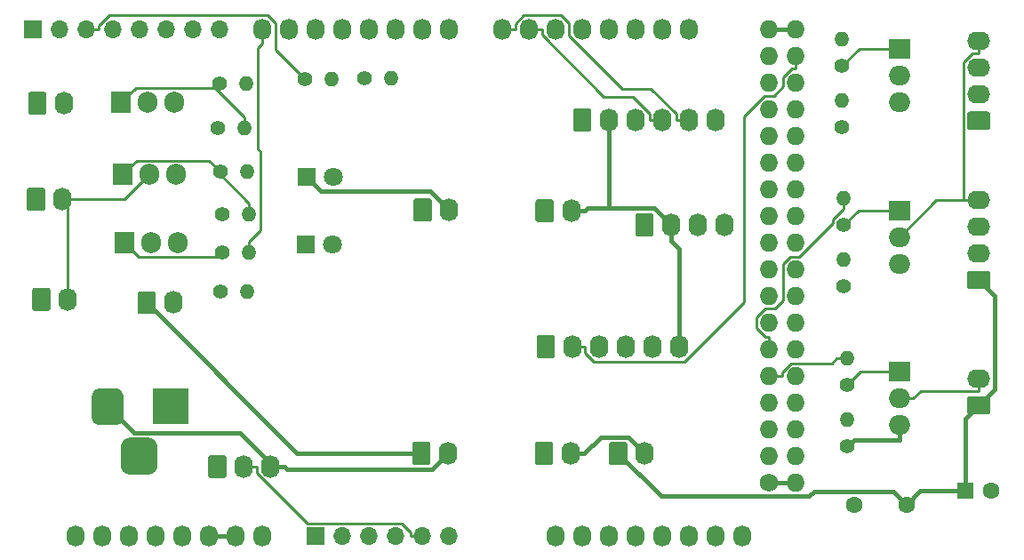
<source format=gbr>
G04 #@! TF.GenerationSoftware,KiCad,Pcbnew,(5.1.5-0-10_14)*
G04 #@! TF.CreationDate,2022-04-09T08:42:43+10:00*
G04 #@! TF.ProjectId,Hornet Forward Output Upper Shield,486f726e-6574-4204-966f-727761726420,rev?*
G04 #@! TF.SameCoordinates,Original*
G04 #@! TF.FileFunction,Copper,L1,Top*
G04 #@! TF.FilePolarity,Positive*
%FSLAX46Y46*%
G04 Gerber Fmt 4.6, Leading zero omitted, Abs format (unit mm)*
G04 Created by KiCad (PCBNEW (5.1.5-0-10_14)) date 2022-04-09 08:42:43*
%MOMM*%
%LPD*%
G04 APERTURE LIST*
%ADD10O,1.740000X2.200000*%
%ADD11C,0.100000*%
%ADD12C,1.400000*%
%ADD13O,1.400000X1.400000*%
%ADD14O,1.905000X2.000000*%
%ADD15R,1.905000X2.000000*%
%ADD16O,2.000000X1.905000*%
%ADD17R,2.000000X1.905000*%
%ADD18C,1.600000*%
%ADD19R,1.600000X1.600000*%
%ADD20O,2.200000X1.740000*%
%ADD21R,3.500000X3.500000*%
%ADD22C,1.800000*%
%ADD23R,1.800000X1.800000*%
%ADD24O,1.700000X1.700000*%
%ADD25R,1.700000X1.700000*%
%ADD26C,1.727200*%
%ADD27O,1.727200X1.727200*%
%ADD28O,1.727200X2.032000*%
%ADD29C,0.450000*%
%ADD30C,0.250000*%
G04 APERTURE END LIST*
D10*
X188773000Y-101092000D03*
X186233000Y-101092000D03*
X183693000Y-101092000D03*
X181153000Y-101092000D03*
X178613000Y-101092000D03*
G04 #@! TA.AperFunction,ComponentPad*
D11*
G36*
X176717505Y-99993204D02*
G01*
X176741773Y-99996804D01*
X176765572Y-100002765D01*
X176788671Y-100011030D01*
X176810850Y-100021520D01*
X176831893Y-100034132D01*
X176851599Y-100048747D01*
X176869777Y-100065223D01*
X176886253Y-100083401D01*
X176900868Y-100103107D01*
X176913480Y-100124150D01*
X176923970Y-100146329D01*
X176932235Y-100169428D01*
X176938196Y-100193227D01*
X176941796Y-100217495D01*
X176943000Y-100241999D01*
X176943000Y-101942001D01*
X176941796Y-101966505D01*
X176938196Y-101990773D01*
X176932235Y-102014572D01*
X176923970Y-102037671D01*
X176913480Y-102059850D01*
X176900868Y-102080893D01*
X176886253Y-102100599D01*
X176869777Y-102118777D01*
X176851599Y-102135253D01*
X176831893Y-102149868D01*
X176810850Y-102162480D01*
X176788671Y-102172970D01*
X176765572Y-102181235D01*
X176741773Y-102187196D01*
X176717505Y-102190796D01*
X176693001Y-102192000D01*
X175452999Y-102192000D01*
X175428495Y-102190796D01*
X175404227Y-102187196D01*
X175380428Y-102181235D01*
X175357329Y-102172970D01*
X175335150Y-102162480D01*
X175314107Y-102149868D01*
X175294401Y-102135253D01*
X175276223Y-102118777D01*
X175259747Y-102100599D01*
X175245132Y-102080893D01*
X175232520Y-102059850D01*
X175222030Y-102037671D01*
X175213765Y-102014572D01*
X175207804Y-101990773D01*
X175204204Y-101966505D01*
X175203000Y-101942001D01*
X175203000Y-100241999D01*
X175204204Y-100217495D01*
X175207804Y-100193227D01*
X175213765Y-100169428D01*
X175222030Y-100146329D01*
X175232520Y-100124150D01*
X175245132Y-100103107D01*
X175259747Y-100083401D01*
X175276223Y-100065223D01*
X175294401Y-100048747D01*
X175314107Y-100034132D01*
X175335150Y-100021520D01*
X175357329Y-100011030D01*
X175380428Y-100002765D01*
X175404227Y-99996804D01*
X175428495Y-99993204D01*
X175452999Y-99992000D01*
X176693001Y-99992000D01*
X176717505Y-99993204D01*
G37*
G04 #@! TD.AperFunction*
D10*
X178447000Y-111252000D03*
G04 #@! TA.AperFunction,ComponentPad*
D11*
G36*
X176551505Y-110153204D02*
G01*
X176575773Y-110156804D01*
X176599572Y-110162765D01*
X176622671Y-110171030D01*
X176644850Y-110181520D01*
X176665893Y-110194132D01*
X176685599Y-110208747D01*
X176703777Y-110225223D01*
X176720253Y-110243401D01*
X176734868Y-110263107D01*
X176747480Y-110284150D01*
X176757970Y-110306329D01*
X176766235Y-110329428D01*
X176772196Y-110353227D01*
X176775796Y-110377495D01*
X176777000Y-110401999D01*
X176777000Y-112102001D01*
X176775796Y-112126505D01*
X176772196Y-112150773D01*
X176766235Y-112174572D01*
X176757970Y-112197671D01*
X176747480Y-112219850D01*
X176734868Y-112240893D01*
X176720253Y-112260599D01*
X176703777Y-112278777D01*
X176685599Y-112295253D01*
X176665893Y-112309868D01*
X176644850Y-112322480D01*
X176622671Y-112332970D01*
X176599572Y-112341235D01*
X176575773Y-112347196D01*
X176551505Y-112350796D01*
X176527001Y-112352000D01*
X175286999Y-112352000D01*
X175262495Y-112350796D01*
X175238227Y-112347196D01*
X175214428Y-112341235D01*
X175191329Y-112332970D01*
X175169150Y-112322480D01*
X175148107Y-112309868D01*
X175128401Y-112295253D01*
X175110223Y-112278777D01*
X175093747Y-112260599D01*
X175079132Y-112240893D01*
X175066520Y-112219850D01*
X175056030Y-112197671D01*
X175047765Y-112174572D01*
X175041804Y-112150773D01*
X175038204Y-112126505D01*
X175037000Y-112102001D01*
X175037000Y-110401999D01*
X175038204Y-110377495D01*
X175041804Y-110353227D01*
X175047765Y-110329428D01*
X175056030Y-110306329D01*
X175066520Y-110284150D01*
X175079132Y-110263107D01*
X175093747Y-110243401D01*
X175110223Y-110225223D01*
X175128401Y-110208747D01*
X175148107Y-110194132D01*
X175169150Y-110181520D01*
X175191329Y-110171030D01*
X175214428Y-110162765D01*
X175238227Y-110156804D01*
X175262495Y-110153204D01*
X175286999Y-110152000D01*
X176527001Y-110152000D01*
X176551505Y-110153204D01*
G37*
G04 #@! TD.AperFunction*
D10*
X166763000Y-111252000D03*
G04 #@! TA.AperFunction,ComponentPad*
D11*
G36*
X164867505Y-110153204D02*
G01*
X164891773Y-110156804D01*
X164915572Y-110162765D01*
X164938671Y-110171030D01*
X164960850Y-110181520D01*
X164981893Y-110194132D01*
X165001599Y-110208747D01*
X165019777Y-110225223D01*
X165036253Y-110243401D01*
X165050868Y-110263107D01*
X165063480Y-110284150D01*
X165073970Y-110306329D01*
X165082235Y-110329428D01*
X165088196Y-110353227D01*
X165091796Y-110377495D01*
X165093000Y-110401999D01*
X165093000Y-112102001D01*
X165091796Y-112126505D01*
X165088196Y-112150773D01*
X165082235Y-112174572D01*
X165073970Y-112197671D01*
X165063480Y-112219850D01*
X165050868Y-112240893D01*
X165036253Y-112260599D01*
X165019777Y-112278777D01*
X165001599Y-112295253D01*
X164981893Y-112309868D01*
X164960850Y-112322480D01*
X164938671Y-112332970D01*
X164915572Y-112341235D01*
X164891773Y-112347196D01*
X164867505Y-112350796D01*
X164843001Y-112352000D01*
X163602999Y-112352000D01*
X163578495Y-112350796D01*
X163554227Y-112347196D01*
X163530428Y-112341235D01*
X163507329Y-112332970D01*
X163485150Y-112322480D01*
X163464107Y-112309868D01*
X163444401Y-112295253D01*
X163426223Y-112278777D01*
X163409747Y-112260599D01*
X163395132Y-112240893D01*
X163382520Y-112219850D01*
X163372030Y-112197671D01*
X163363765Y-112174572D01*
X163357804Y-112150773D01*
X163354204Y-112126505D01*
X163353000Y-112102001D01*
X163353000Y-110401999D01*
X163354204Y-110377495D01*
X163357804Y-110353227D01*
X163363765Y-110329428D01*
X163372030Y-110306329D01*
X163382520Y-110284150D01*
X163395132Y-110263107D01*
X163409747Y-110243401D01*
X163426223Y-110225223D01*
X163444401Y-110208747D01*
X163464107Y-110194132D01*
X163485150Y-110181520D01*
X163507329Y-110171030D01*
X163530428Y-110162765D01*
X163554227Y-110156804D01*
X163578495Y-110153204D01*
X163602999Y-110152000D01*
X164843001Y-110152000D01*
X164867505Y-110153204D01*
G37*
G04 #@! TD.AperFunction*
D12*
X144844000Y-80264000D03*
D13*
X147384000Y-80264000D03*
D12*
X144970000Y-76009500D03*
D13*
X147510000Y-76009500D03*
D14*
X140652000Y-77851000D03*
X138112000Y-77851000D03*
D15*
X135572000Y-77851000D03*
D10*
X130175000Y-77914500D03*
G04 #@! TA.AperFunction,ComponentPad*
D11*
G36*
X128279505Y-76815704D02*
G01*
X128303773Y-76819304D01*
X128327572Y-76825265D01*
X128350671Y-76833530D01*
X128372850Y-76844020D01*
X128393893Y-76856632D01*
X128413599Y-76871247D01*
X128431777Y-76887723D01*
X128448253Y-76905901D01*
X128462868Y-76925607D01*
X128475480Y-76946650D01*
X128485970Y-76968829D01*
X128494235Y-76991928D01*
X128500196Y-77015727D01*
X128503796Y-77039995D01*
X128505000Y-77064499D01*
X128505000Y-78764501D01*
X128503796Y-78789005D01*
X128500196Y-78813273D01*
X128494235Y-78837072D01*
X128485970Y-78860171D01*
X128475480Y-78882350D01*
X128462868Y-78903393D01*
X128448253Y-78923099D01*
X128431777Y-78941277D01*
X128413599Y-78957753D01*
X128393893Y-78972368D01*
X128372850Y-78984980D01*
X128350671Y-78995470D01*
X128327572Y-79003735D01*
X128303773Y-79009696D01*
X128279505Y-79013296D01*
X128255001Y-79014500D01*
X127014999Y-79014500D01*
X126990495Y-79013296D01*
X126966227Y-79009696D01*
X126942428Y-79003735D01*
X126919329Y-78995470D01*
X126897150Y-78984980D01*
X126876107Y-78972368D01*
X126856401Y-78957753D01*
X126838223Y-78941277D01*
X126821747Y-78923099D01*
X126807132Y-78903393D01*
X126794520Y-78882350D01*
X126784030Y-78860171D01*
X126775765Y-78837072D01*
X126769804Y-78813273D01*
X126766204Y-78789005D01*
X126765000Y-78764501D01*
X126765000Y-77064499D01*
X126766204Y-77039995D01*
X126769804Y-77015727D01*
X126775765Y-76991928D01*
X126784030Y-76968829D01*
X126794520Y-76946650D01*
X126807132Y-76925607D01*
X126821747Y-76905901D01*
X126838223Y-76887723D01*
X126856401Y-76871247D01*
X126876107Y-76856632D01*
X126897150Y-76844020D01*
X126919329Y-76833530D01*
X126942428Y-76825265D01*
X126966227Y-76819304D01*
X126990495Y-76815704D01*
X127014999Y-76814500D01*
X128255001Y-76814500D01*
X128279505Y-76815704D01*
G37*
G04 #@! TD.AperFunction*
D14*
X141034000Y-91186000D03*
X138494000Y-91186000D03*
D15*
X135954000Y-91186000D03*
D16*
X209740000Y-108585000D03*
X209740000Y-106045000D03*
D17*
X209740000Y-103505000D03*
D14*
X140843000Y-84709000D03*
X138303000Y-84709000D03*
D15*
X135763000Y-84709000D03*
D16*
X209740000Y-93186200D03*
X209740000Y-90646200D03*
D17*
X209740000Y-88106200D03*
D16*
X209740000Y-77787500D03*
X209740000Y-75247500D03*
D17*
X209740000Y-72707500D03*
D12*
X145288000Y-88455500D03*
D13*
X147828000Y-88455500D03*
D12*
X204280000Y-80200500D03*
D13*
X204280000Y-77660500D03*
D12*
X204470000Y-95313500D03*
D13*
X204470000Y-92773500D03*
D12*
X145098000Y-95885000D03*
D13*
X147638000Y-95885000D03*
D12*
X204788000Y-110616000D03*
D13*
X204788000Y-108076000D03*
D18*
X205414000Y-116129000D03*
X210414000Y-116129000D03*
X218502000Y-114808000D03*
D19*
X216002000Y-114808000D03*
D10*
X140589000Y-96901000D03*
G04 #@! TA.AperFunction,ComponentPad*
D11*
G36*
X138693505Y-95802204D02*
G01*
X138717773Y-95805804D01*
X138741572Y-95811765D01*
X138764671Y-95820030D01*
X138786850Y-95830520D01*
X138807893Y-95843132D01*
X138827599Y-95857747D01*
X138845777Y-95874223D01*
X138862253Y-95892401D01*
X138876868Y-95912107D01*
X138889480Y-95933150D01*
X138899970Y-95955329D01*
X138908235Y-95978428D01*
X138914196Y-96002227D01*
X138917796Y-96026495D01*
X138919000Y-96050999D01*
X138919000Y-97751001D01*
X138917796Y-97775505D01*
X138914196Y-97799773D01*
X138908235Y-97823572D01*
X138899970Y-97846671D01*
X138889480Y-97868850D01*
X138876868Y-97889893D01*
X138862253Y-97909599D01*
X138845777Y-97927777D01*
X138827599Y-97944253D01*
X138807893Y-97958868D01*
X138786850Y-97971480D01*
X138764671Y-97981970D01*
X138741572Y-97990235D01*
X138717773Y-97996196D01*
X138693505Y-97999796D01*
X138669001Y-98001000D01*
X137428999Y-98001000D01*
X137404495Y-97999796D01*
X137380227Y-97996196D01*
X137356428Y-97990235D01*
X137333329Y-97981970D01*
X137311150Y-97971480D01*
X137290107Y-97958868D01*
X137270401Y-97944253D01*
X137252223Y-97927777D01*
X137235747Y-97909599D01*
X137221132Y-97889893D01*
X137208520Y-97868850D01*
X137198030Y-97846671D01*
X137189765Y-97823572D01*
X137183804Y-97799773D01*
X137180204Y-97775505D01*
X137179000Y-97751001D01*
X137179000Y-96050999D01*
X137180204Y-96026495D01*
X137183804Y-96002227D01*
X137189765Y-95978428D01*
X137198030Y-95955329D01*
X137208520Y-95933150D01*
X137221132Y-95912107D01*
X137235747Y-95892401D01*
X137252223Y-95874223D01*
X137270401Y-95857747D01*
X137290107Y-95843132D01*
X137311150Y-95830520D01*
X137333329Y-95820030D01*
X137356428Y-95811765D01*
X137380227Y-95805804D01*
X137404495Y-95802204D01*
X137428999Y-95801000D01*
X138669001Y-95801000D01*
X138693505Y-95802204D01*
G37*
G04 #@! TD.AperFunction*
D20*
X217297000Y-104140000D03*
G04 #@! TA.AperFunction,ComponentPad*
D11*
G36*
X218171505Y-105811204D02*
G01*
X218195773Y-105814804D01*
X218219572Y-105820765D01*
X218242671Y-105829030D01*
X218264850Y-105839520D01*
X218285893Y-105852132D01*
X218305599Y-105866747D01*
X218323777Y-105883223D01*
X218340253Y-105901401D01*
X218354868Y-105921107D01*
X218367480Y-105942150D01*
X218377970Y-105964329D01*
X218386235Y-105987428D01*
X218392196Y-106011227D01*
X218395796Y-106035495D01*
X218397000Y-106059999D01*
X218397000Y-107300001D01*
X218395796Y-107324505D01*
X218392196Y-107348773D01*
X218386235Y-107372572D01*
X218377970Y-107395671D01*
X218367480Y-107417850D01*
X218354868Y-107438893D01*
X218340253Y-107458599D01*
X218323777Y-107476777D01*
X218305599Y-107493253D01*
X218285893Y-107507868D01*
X218264850Y-107520480D01*
X218242671Y-107530970D01*
X218219572Y-107539235D01*
X218195773Y-107545196D01*
X218171505Y-107548796D01*
X218147001Y-107550000D01*
X216446999Y-107550000D01*
X216422495Y-107548796D01*
X216398227Y-107545196D01*
X216374428Y-107539235D01*
X216351329Y-107530970D01*
X216329150Y-107520480D01*
X216308107Y-107507868D01*
X216288401Y-107493253D01*
X216270223Y-107476777D01*
X216253747Y-107458599D01*
X216239132Y-107438893D01*
X216226520Y-107417850D01*
X216216030Y-107395671D01*
X216207765Y-107372572D01*
X216201804Y-107348773D01*
X216198204Y-107324505D01*
X216197000Y-107300001D01*
X216197000Y-106059999D01*
X216198204Y-106035495D01*
X216201804Y-106011227D01*
X216207765Y-105987428D01*
X216216030Y-105964329D01*
X216226520Y-105942150D01*
X216239132Y-105921107D01*
X216253747Y-105901401D01*
X216270223Y-105883223D01*
X216288401Y-105866747D01*
X216308107Y-105852132D01*
X216329150Y-105839520D01*
X216351329Y-105829030D01*
X216374428Y-105820765D01*
X216398227Y-105814804D01*
X216422495Y-105811204D01*
X216446999Y-105810000D01*
X218147001Y-105810000D01*
X218171505Y-105811204D01*
G37*
G04 #@! TD.AperFunction*
D12*
X145224000Y-92138500D03*
D13*
X147764000Y-92138500D03*
D12*
X204788000Y-104774000D03*
D13*
X204788000Y-102234000D03*
D12*
X145098000Y-84455000D03*
D13*
X147638000Y-84455000D03*
D12*
X204470000Y-89471500D03*
D13*
X204470000Y-86931500D03*
D12*
X204280000Y-74358500D03*
D13*
X204280000Y-71818500D03*
D20*
X217297000Y-71945500D03*
X217297000Y-74485500D03*
X217297000Y-77025500D03*
G04 #@! TA.AperFunction,ComponentPad*
D11*
G36*
X218171505Y-78696704D02*
G01*
X218195773Y-78700304D01*
X218219572Y-78706265D01*
X218242671Y-78714530D01*
X218264850Y-78725020D01*
X218285893Y-78737632D01*
X218305599Y-78752247D01*
X218323777Y-78768723D01*
X218340253Y-78786901D01*
X218354868Y-78806607D01*
X218367480Y-78827650D01*
X218377970Y-78849829D01*
X218386235Y-78872928D01*
X218392196Y-78896727D01*
X218395796Y-78920995D01*
X218397000Y-78945499D01*
X218397000Y-80185501D01*
X218395796Y-80210005D01*
X218392196Y-80234273D01*
X218386235Y-80258072D01*
X218377970Y-80281171D01*
X218367480Y-80303350D01*
X218354868Y-80324393D01*
X218340253Y-80344099D01*
X218323777Y-80362277D01*
X218305599Y-80378753D01*
X218285893Y-80393368D01*
X218264850Y-80405980D01*
X218242671Y-80416470D01*
X218219572Y-80424735D01*
X218195773Y-80430696D01*
X218171505Y-80434296D01*
X218147001Y-80435500D01*
X216446999Y-80435500D01*
X216422495Y-80434296D01*
X216398227Y-80430696D01*
X216374428Y-80424735D01*
X216351329Y-80416470D01*
X216329150Y-80405980D01*
X216308107Y-80393368D01*
X216288401Y-80378753D01*
X216270223Y-80362277D01*
X216253747Y-80344099D01*
X216239132Y-80324393D01*
X216226520Y-80303350D01*
X216216030Y-80281171D01*
X216207765Y-80258072D01*
X216201804Y-80234273D01*
X216198204Y-80210005D01*
X216197000Y-80185501D01*
X216197000Y-78945499D01*
X216198204Y-78920995D01*
X216201804Y-78896727D01*
X216207765Y-78872928D01*
X216216030Y-78849829D01*
X216226520Y-78827650D01*
X216239132Y-78806607D01*
X216253747Y-78786901D01*
X216270223Y-78768723D01*
X216288401Y-78752247D01*
X216308107Y-78737632D01*
X216329150Y-78725020D01*
X216351329Y-78714530D01*
X216374428Y-78706265D01*
X216398227Y-78700304D01*
X216422495Y-78696704D01*
X216446999Y-78695500D01*
X218147001Y-78695500D01*
X218171505Y-78696704D01*
G37*
G04 #@! TD.AperFunction*
D10*
X130048000Y-87058500D03*
G04 #@! TA.AperFunction,ComponentPad*
D11*
G36*
X128152505Y-85959704D02*
G01*
X128176773Y-85963304D01*
X128200572Y-85969265D01*
X128223671Y-85977530D01*
X128245850Y-85988020D01*
X128266893Y-86000632D01*
X128286599Y-86015247D01*
X128304777Y-86031723D01*
X128321253Y-86049901D01*
X128335868Y-86069607D01*
X128348480Y-86090650D01*
X128358970Y-86112829D01*
X128367235Y-86135928D01*
X128373196Y-86159727D01*
X128376796Y-86183995D01*
X128378000Y-86208499D01*
X128378000Y-87908501D01*
X128376796Y-87933005D01*
X128373196Y-87957273D01*
X128367235Y-87981072D01*
X128358970Y-88004171D01*
X128348480Y-88026350D01*
X128335868Y-88047393D01*
X128321253Y-88067099D01*
X128304777Y-88085277D01*
X128286599Y-88101753D01*
X128266893Y-88116368D01*
X128245850Y-88128980D01*
X128223671Y-88139470D01*
X128200572Y-88147735D01*
X128176773Y-88153696D01*
X128152505Y-88157296D01*
X128128001Y-88158500D01*
X126887999Y-88158500D01*
X126863495Y-88157296D01*
X126839227Y-88153696D01*
X126815428Y-88147735D01*
X126792329Y-88139470D01*
X126770150Y-88128980D01*
X126749107Y-88116368D01*
X126729401Y-88101753D01*
X126711223Y-88085277D01*
X126694747Y-88067099D01*
X126680132Y-88047393D01*
X126667520Y-88026350D01*
X126657030Y-88004171D01*
X126648765Y-87981072D01*
X126642804Y-87957273D01*
X126639204Y-87933005D01*
X126638000Y-87908501D01*
X126638000Y-86208499D01*
X126639204Y-86183995D01*
X126642804Y-86159727D01*
X126648765Y-86135928D01*
X126657030Y-86112829D01*
X126667520Y-86090650D01*
X126680132Y-86069607D01*
X126694747Y-86049901D01*
X126711223Y-86031723D01*
X126729401Y-86015247D01*
X126749107Y-86000632D01*
X126770150Y-85988020D01*
X126792329Y-85977530D01*
X126815428Y-85969265D01*
X126839227Y-85963304D01*
X126863495Y-85959704D01*
X126887999Y-85958500D01*
X128128001Y-85958500D01*
X128152505Y-85959704D01*
G37*
G04 #@! TD.AperFunction*
D20*
X217297000Y-87122000D03*
X217297000Y-89662000D03*
X217297000Y-92202000D03*
G04 #@! TA.AperFunction,ComponentPad*
D11*
G36*
X218171505Y-93873204D02*
G01*
X218195773Y-93876804D01*
X218219572Y-93882765D01*
X218242671Y-93891030D01*
X218264850Y-93901520D01*
X218285893Y-93914132D01*
X218305599Y-93928747D01*
X218323777Y-93945223D01*
X218340253Y-93963401D01*
X218354868Y-93983107D01*
X218367480Y-94004150D01*
X218377970Y-94026329D01*
X218386235Y-94049428D01*
X218392196Y-94073227D01*
X218395796Y-94097495D01*
X218397000Y-94121999D01*
X218397000Y-95362001D01*
X218395796Y-95386505D01*
X218392196Y-95410773D01*
X218386235Y-95434572D01*
X218377970Y-95457671D01*
X218367480Y-95479850D01*
X218354868Y-95500893D01*
X218340253Y-95520599D01*
X218323777Y-95538777D01*
X218305599Y-95555253D01*
X218285893Y-95569868D01*
X218264850Y-95582480D01*
X218242671Y-95592970D01*
X218219572Y-95601235D01*
X218195773Y-95607196D01*
X218171505Y-95610796D01*
X218147001Y-95612000D01*
X216446999Y-95612000D01*
X216422495Y-95610796D01*
X216398227Y-95607196D01*
X216374428Y-95601235D01*
X216351329Y-95592970D01*
X216329150Y-95582480D01*
X216308107Y-95569868D01*
X216288401Y-95555253D01*
X216270223Y-95538777D01*
X216253747Y-95520599D01*
X216239132Y-95500893D01*
X216226520Y-95479850D01*
X216216030Y-95457671D01*
X216207765Y-95434572D01*
X216201804Y-95410773D01*
X216198204Y-95386505D01*
X216197000Y-95362001D01*
X216197000Y-94121999D01*
X216198204Y-94097495D01*
X216201804Y-94073227D01*
X216207765Y-94049428D01*
X216216030Y-94026329D01*
X216226520Y-94004150D01*
X216239132Y-93983107D01*
X216253747Y-93963401D01*
X216270223Y-93945223D01*
X216288401Y-93928747D01*
X216308107Y-93914132D01*
X216329150Y-93901520D01*
X216351329Y-93891030D01*
X216374428Y-93882765D01*
X216398227Y-93876804D01*
X216422495Y-93873204D01*
X216446999Y-93872000D01*
X218147001Y-93872000D01*
X218171505Y-93873204D01*
G37*
G04 #@! TD.AperFunction*
D10*
X130556000Y-96583500D03*
G04 #@! TA.AperFunction,ComponentPad*
D11*
G36*
X128660505Y-95484704D02*
G01*
X128684773Y-95488304D01*
X128708572Y-95494265D01*
X128731671Y-95502530D01*
X128753850Y-95513020D01*
X128774893Y-95525632D01*
X128794599Y-95540247D01*
X128812777Y-95556723D01*
X128829253Y-95574901D01*
X128843868Y-95594607D01*
X128856480Y-95615650D01*
X128866970Y-95637829D01*
X128875235Y-95660928D01*
X128881196Y-95684727D01*
X128884796Y-95708995D01*
X128886000Y-95733499D01*
X128886000Y-97433501D01*
X128884796Y-97458005D01*
X128881196Y-97482273D01*
X128875235Y-97506072D01*
X128866970Y-97529171D01*
X128856480Y-97551350D01*
X128843868Y-97572393D01*
X128829253Y-97592099D01*
X128812777Y-97610277D01*
X128794599Y-97626753D01*
X128774893Y-97641368D01*
X128753850Y-97653980D01*
X128731671Y-97664470D01*
X128708572Y-97672735D01*
X128684773Y-97678696D01*
X128660505Y-97682296D01*
X128636001Y-97683500D01*
X127395999Y-97683500D01*
X127371495Y-97682296D01*
X127347227Y-97678696D01*
X127323428Y-97672735D01*
X127300329Y-97664470D01*
X127278150Y-97653980D01*
X127257107Y-97641368D01*
X127237401Y-97626753D01*
X127219223Y-97610277D01*
X127202747Y-97592099D01*
X127188132Y-97572393D01*
X127175520Y-97551350D01*
X127165030Y-97529171D01*
X127156765Y-97506072D01*
X127150804Y-97482273D01*
X127147204Y-97458005D01*
X127146000Y-97433501D01*
X127146000Y-95733499D01*
X127147204Y-95708995D01*
X127150804Y-95684727D01*
X127156765Y-95660928D01*
X127165030Y-95637829D01*
X127175520Y-95615650D01*
X127188132Y-95594607D01*
X127202747Y-95574901D01*
X127219223Y-95556723D01*
X127237401Y-95540247D01*
X127257107Y-95525632D01*
X127278150Y-95513020D01*
X127300329Y-95502530D01*
X127323428Y-95494265D01*
X127347227Y-95488304D01*
X127371495Y-95484704D01*
X127395999Y-95483500D01*
X128636001Y-95483500D01*
X128660505Y-95484704D01*
G37*
G04 #@! TD.AperFunction*
D10*
X185496000Y-111252000D03*
G04 #@! TA.AperFunction,ComponentPad*
D11*
G36*
X183600505Y-110153204D02*
G01*
X183624773Y-110156804D01*
X183648572Y-110162765D01*
X183671671Y-110171030D01*
X183693850Y-110181520D01*
X183714893Y-110194132D01*
X183734599Y-110208747D01*
X183752777Y-110225223D01*
X183769253Y-110243401D01*
X183783868Y-110263107D01*
X183796480Y-110284150D01*
X183806970Y-110306329D01*
X183815235Y-110329428D01*
X183821196Y-110353227D01*
X183824796Y-110377495D01*
X183826000Y-110401999D01*
X183826000Y-112102001D01*
X183824796Y-112126505D01*
X183821196Y-112150773D01*
X183815235Y-112174572D01*
X183806970Y-112197671D01*
X183796480Y-112219850D01*
X183783868Y-112240893D01*
X183769253Y-112260599D01*
X183752777Y-112278777D01*
X183734599Y-112295253D01*
X183714893Y-112309868D01*
X183693850Y-112322480D01*
X183671671Y-112332970D01*
X183648572Y-112341235D01*
X183624773Y-112347196D01*
X183600505Y-112350796D01*
X183576001Y-112352000D01*
X182335999Y-112352000D01*
X182311495Y-112350796D01*
X182287227Y-112347196D01*
X182263428Y-112341235D01*
X182240329Y-112332970D01*
X182218150Y-112322480D01*
X182197107Y-112309868D01*
X182177401Y-112295253D01*
X182159223Y-112278777D01*
X182142747Y-112260599D01*
X182128132Y-112240893D01*
X182115520Y-112219850D01*
X182105030Y-112197671D01*
X182096765Y-112174572D01*
X182090804Y-112150773D01*
X182087204Y-112126505D01*
X182086000Y-112102001D01*
X182086000Y-110401999D01*
X182087204Y-110377495D01*
X182090804Y-110353227D01*
X182096765Y-110329428D01*
X182105030Y-110306329D01*
X182115520Y-110284150D01*
X182128132Y-110263107D01*
X182142747Y-110243401D01*
X182159223Y-110225223D01*
X182177401Y-110208747D01*
X182197107Y-110194132D01*
X182218150Y-110181520D01*
X182240329Y-110171030D01*
X182263428Y-110162765D01*
X182287227Y-110156804D01*
X182311495Y-110153204D01*
X182335999Y-110152000D01*
X183576001Y-110152000D01*
X183600505Y-110153204D01*
G37*
G04 #@! TD.AperFunction*
D10*
X149860000Y-112522000D03*
X147320000Y-112522000D03*
G04 #@! TA.AperFunction,ComponentPad*
D11*
G36*
X145424505Y-111423204D02*
G01*
X145448773Y-111426804D01*
X145472572Y-111432765D01*
X145495671Y-111441030D01*
X145517850Y-111451520D01*
X145538893Y-111464132D01*
X145558599Y-111478747D01*
X145576777Y-111495223D01*
X145593253Y-111513401D01*
X145607868Y-111533107D01*
X145620480Y-111554150D01*
X145630970Y-111576329D01*
X145639235Y-111599428D01*
X145645196Y-111623227D01*
X145648796Y-111647495D01*
X145650000Y-111671999D01*
X145650000Y-113372001D01*
X145648796Y-113396505D01*
X145645196Y-113420773D01*
X145639235Y-113444572D01*
X145630970Y-113467671D01*
X145620480Y-113489850D01*
X145607868Y-113510893D01*
X145593253Y-113530599D01*
X145576777Y-113548777D01*
X145558599Y-113565253D01*
X145538893Y-113579868D01*
X145517850Y-113592480D01*
X145495671Y-113602970D01*
X145472572Y-113611235D01*
X145448773Y-113617196D01*
X145424505Y-113620796D01*
X145400001Y-113622000D01*
X144159999Y-113622000D01*
X144135495Y-113620796D01*
X144111227Y-113617196D01*
X144087428Y-113611235D01*
X144064329Y-113602970D01*
X144042150Y-113592480D01*
X144021107Y-113579868D01*
X144001401Y-113565253D01*
X143983223Y-113548777D01*
X143966747Y-113530599D01*
X143952132Y-113510893D01*
X143939520Y-113489850D01*
X143929030Y-113467671D01*
X143920765Y-113444572D01*
X143914804Y-113420773D01*
X143911204Y-113396505D01*
X143910000Y-113372001D01*
X143910000Y-111671999D01*
X143911204Y-111647495D01*
X143914804Y-111623227D01*
X143920765Y-111599428D01*
X143929030Y-111576329D01*
X143939520Y-111554150D01*
X143952132Y-111533107D01*
X143966747Y-111513401D01*
X143983223Y-111495223D01*
X144001401Y-111478747D01*
X144021107Y-111464132D01*
X144042150Y-111451520D01*
X144064329Y-111441030D01*
X144087428Y-111432765D01*
X144111227Y-111426804D01*
X144135495Y-111423204D01*
X144159999Y-111422000D01*
X145400001Y-111422000D01*
X145424505Y-111423204D01*
G37*
G04 #@! TD.AperFunction*
D10*
X166878000Y-88074500D03*
G04 #@! TA.AperFunction,ComponentPad*
D11*
G36*
X164982505Y-86975704D02*
G01*
X165006773Y-86979304D01*
X165030572Y-86985265D01*
X165053671Y-86993530D01*
X165075850Y-87004020D01*
X165096893Y-87016632D01*
X165116599Y-87031247D01*
X165134777Y-87047723D01*
X165151253Y-87065901D01*
X165165868Y-87085607D01*
X165178480Y-87106650D01*
X165188970Y-87128829D01*
X165197235Y-87151928D01*
X165203196Y-87175727D01*
X165206796Y-87199995D01*
X165208000Y-87224499D01*
X165208000Y-88924501D01*
X165206796Y-88949005D01*
X165203196Y-88973273D01*
X165197235Y-88997072D01*
X165188970Y-89020171D01*
X165178480Y-89042350D01*
X165165868Y-89063393D01*
X165151253Y-89083099D01*
X165134777Y-89101277D01*
X165116599Y-89117753D01*
X165096893Y-89132368D01*
X165075850Y-89144980D01*
X165053671Y-89155470D01*
X165030572Y-89163735D01*
X165006773Y-89169696D01*
X164982505Y-89173296D01*
X164958001Y-89174500D01*
X163717999Y-89174500D01*
X163693495Y-89173296D01*
X163669227Y-89169696D01*
X163645428Y-89163735D01*
X163622329Y-89155470D01*
X163600150Y-89144980D01*
X163579107Y-89132368D01*
X163559401Y-89117753D01*
X163541223Y-89101277D01*
X163524747Y-89083099D01*
X163510132Y-89063393D01*
X163497520Y-89042350D01*
X163487030Y-89020171D01*
X163478765Y-88997072D01*
X163472804Y-88973273D01*
X163469204Y-88949005D01*
X163468000Y-88924501D01*
X163468000Y-87224499D01*
X163469204Y-87199995D01*
X163472804Y-87175727D01*
X163478765Y-87151928D01*
X163487030Y-87128829D01*
X163497520Y-87106650D01*
X163510132Y-87085607D01*
X163524747Y-87065901D01*
X163541223Y-87047723D01*
X163559401Y-87031247D01*
X163579107Y-87016632D01*
X163600150Y-87004020D01*
X163622329Y-86993530D01*
X163645428Y-86985265D01*
X163669227Y-86979304D01*
X163693495Y-86975704D01*
X163717999Y-86974500D01*
X164958001Y-86974500D01*
X164982505Y-86975704D01*
G37*
G04 #@! TD.AperFunction*
G04 #@! TA.AperFunction,ComponentPad*
G36*
X138295765Y-109761213D02*
G01*
X138380704Y-109773813D01*
X138463999Y-109794677D01*
X138544848Y-109823605D01*
X138622472Y-109860319D01*
X138696124Y-109904464D01*
X138765094Y-109955616D01*
X138828718Y-110013282D01*
X138886384Y-110076906D01*
X138937536Y-110145876D01*
X138981681Y-110219528D01*
X139018395Y-110297152D01*
X139047323Y-110378001D01*
X139068187Y-110461296D01*
X139080787Y-110546235D01*
X139085000Y-110632000D01*
X139085000Y-112382000D01*
X139080787Y-112467765D01*
X139068187Y-112552704D01*
X139047323Y-112635999D01*
X139018395Y-112716848D01*
X138981681Y-112794472D01*
X138937536Y-112868124D01*
X138886384Y-112937094D01*
X138828718Y-113000718D01*
X138765094Y-113058384D01*
X138696124Y-113109536D01*
X138622472Y-113153681D01*
X138544848Y-113190395D01*
X138463999Y-113219323D01*
X138380704Y-113240187D01*
X138295765Y-113252787D01*
X138210000Y-113257000D01*
X136460000Y-113257000D01*
X136374235Y-113252787D01*
X136289296Y-113240187D01*
X136206001Y-113219323D01*
X136125152Y-113190395D01*
X136047528Y-113153681D01*
X135973876Y-113109536D01*
X135904906Y-113058384D01*
X135841282Y-113000718D01*
X135783616Y-112937094D01*
X135732464Y-112868124D01*
X135688319Y-112794472D01*
X135651605Y-112716848D01*
X135622677Y-112635999D01*
X135601813Y-112552704D01*
X135589213Y-112467765D01*
X135585000Y-112382000D01*
X135585000Y-110632000D01*
X135589213Y-110546235D01*
X135601813Y-110461296D01*
X135622677Y-110378001D01*
X135651605Y-110297152D01*
X135688319Y-110219528D01*
X135732464Y-110145876D01*
X135783616Y-110076906D01*
X135841282Y-110013282D01*
X135904906Y-109955616D01*
X135973876Y-109904464D01*
X136047528Y-109860319D01*
X136125152Y-109823605D01*
X136206001Y-109794677D01*
X136289296Y-109773813D01*
X136374235Y-109761213D01*
X136460000Y-109757000D01*
X138210000Y-109757000D01*
X138295765Y-109761213D01*
G37*
G04 #@! TD.AperFunction*
G04 #@! TA.AperFunction,ComponentPad*
G36*
X135158513Y-105060611D02*
G01*
X135231318Y-105071411D01*
X135302714Y-105089295D01*
X135372013Y-105114090D01*
X135438548Y-105145559D01*
X135501678Y-105183398D01*
X135560795Y-105227242D01*
X135615330Y-105276670D01*
X135664758Y-105331205D01*
X135708602Y-105390322D01*
X135746441Y-105453452D01*
X135777910Y-105519987D01*
X135802705Y-105589286D01*
X135820589Y-105660682D01*
X135831389Y-105733487D01*
X135835000Y-105807000D01*
X135835000Y-107807000D01*
X135831389Y-107880513D01*
X135820589Y-107953318D01*
X135802705Y-108024714D01*
X135777910Y-108094013D01*
X135746441Y-108160548D01*
X135708602Y-108223678D01*
X135664758Y-108282795D01*
X135615330Y-108337330D01*
X135560795Y-108386758D01*
X135501678Y-108430602D01*
X135438548Y-108468441D01*
X135372013Y-108499910D01*
X135302714Y-108524705D01*
X135231318Y-108542589D01*
X135158513Y-108553389D01*
X135085000Y-108557000D01*
X133585000Y-108557000D01*
X133511487Y-108553389D01*
X133438682Y-108542589D01*
X133367286Y-108524705D01*
X133297987Y-108499910D01*
X133231452Y-108468441D01*
X133168322Y-108430602D01*
X133109205Y-108386758D01*
X133054670Y-108337330D01*
X133005242Y-108282795D01*
X132961398Y-108223678D01*
X132923559Y-108160548D01*
X132892090Y-108094013D01*
X132867295Y-108024714D01*
X132849411Y-107953318D01*
X132838611Y-107880513D01*
X132835000Y-107807000D01*
X132835000Y-105807000D01*
X132838611Y-105733487D01*
X132849411Y-105660682D01*
X132867295Y-105589286D01*
X132892090Y-105519987D01*
X132923559Y-105453452D01*
X132961398Y-105390322D01*
X133005242Y-105331205D01*
X133054670Y-105276670D01*
X133109205Y-105227242D01*
X133168322Y-105183398D01*
X133231452Y-105145559D01*
X133297987Y-105114090D01*
X133367286Y-105089295D01*
X133438682Y-105071411D01*
X133511487Y-105060611D01*
X133585000Y-105057000D01*
X135085000Y-105057000D01*
X135158513Y-105060611D01*
G37*
G04 #@! TD.AperFunction*
D21*
X140335000Y-106807000D03*
D10*
X193078000Y-89484200D03*
X190538000Y-89484200D03*
X187998000Y-89484200D03*
G04 #@! TA.AperFunction,ComponentPad*
D11*
G36*
X186102505Y-88385404D02*
G01*
X186126773Y-88389004D01*
X186150572Y-88394965D01*
X186173671Y-88403230D01*
X186195850Y-88413720D01*
X186216893Y-88426332D01*
X186236599Y-88440947D01*
X186254777Y-88457423D01*
X186271253Y-88475601D01*
X186285868Y-88495307D01*
X186298480Y-88516350D01*
X186308970Y-88538529D01*
X186317235Y-88561628D01*
X186323196Y-88585427D01*
X186326796Y-88609695D01*
X186328000Y-88634199D01*
X186328000Y-90334201D01*
X186326796Y-90358705D01*
X186323196Y-90382973D01*
X186317235Y-90406772D01*
X186308970Y-90429871D01*
X186298480Y-90452050D01*
X186285868Y-90473093D01*
X186271253Y-90492799D01*
X186254777Y-90510977D01*
X186236599Y-90527453D01*
X186216893Y-90542068D01*
X186195850Y-90554680D01*
X186173671Y-90565170D01*
X186150572Y-90573435D01*
X186126773Y-90579396D01*
X186102505Y-90582996D01*
X186078001Y-90584200D01*
X184837999Y-90584200D01*
X184813495Y-90582996D01*
X184789227Y-90579396D01*
X184765428Y-90573435D01*
X184742329Y-90565170D01*
X184720150Y-90554680D01*
X184699107Y-90542068D01*
X184679401Y-90527453D01*
X184661223Y-90510977D01*
X184644747Y-90492799D01*
X184630132Y-90473093D01*
X184617520Y-90452050D01*
X184607030Y-90429871D01*
X184598765Y-90406772D01*
X184592804Y-90382973D01*
X184589204Y-90358705D01*
X184588000Y-90334201D01*
X184588000Y-88634199D01*
X184589204Y-88609695D01*
X184592804Y-88585427D01*
X184598765Y-88561628D01*
X184607030Y-88538529D01*
X184617520Y-88516350D01*
X184630132Y-88495307D01*
X184644747Y-88475601D01*
X184661223Y-88457423D01*
X184679401Y-88440947D01*
X184699107Y-88426332D01*
X184720150Y-88413720D01*
X184742329Y-88403230D01*
X184765428Y-88394965D01*
X184789227Y-88389004D01*
X184813495Y-88385404D01*
X184837999Y-88384200D01*
X186078001Y-88384200D01*
X186102505Y-88385404D01*
G37*
G04 #@! TD.AperFunction*
D12*
X158814000Y-75565000D03*
D13*
X161354000Y-75565000D03*
D12*
X153162000Y-75628500D03*
D13*
X155702000Y-75628500D03*
D10*
X192227000Y-79502000D03*
X189687000Y-79502000D03*
X187147000Y-79502000D03*
X184607000Y-79502000D03*
X182067000Y-79502000D03*
G04 #@! TA.AperFunction,ComponentPad*
D11*
G36*
X180171505Y-78403204D02*
G01*
X180195773Y-78406804D01*
X180219572Y-78412765D01*
X180242671Y-78421030D01*
X180264850Y-78431520D01*
X180285893Y-78444132D01*
X180305599Y-78458747D01*
X180323777Y-78475223D01*
X180340253Y-78493401D01*
X180354868Y-78513107D01*
X180367480Y-78534150D01*
X180377970Y-78556329D01*
X180386235Y-78579428D01*
X180392196Y-78603227D01*
X180395796Y-78627495D01*
X180397000Y-78651999D01*
X180397000Y-80352001D01*
X180395796Y-80376505D01*
X180392196Y-80400773D01*
X180386235Y-80424572D01*
X180377970Y-80447671D01*
X180367480Y-80469850D01*
X180354868Y-80490893D01*
X180340253Y-80510599D01*
X180323777Y-80528777D01*
X180305599Y-80545253D01*
X180285893Y-80559868D01*
X180264850Y-80572480D01*
X180242671Y-80582970D01*
X180219572Y-80591235D01*
X180195773Y-80597196D01*
X180171505Y-80600796D01*
X180147001Y-80602000D01*
X178906999Y-80602000D01*
X178882495Y-80600796D01*
X178858227Y-80597196D01*
X178834428Y-80591235D01*
X178811329Y-80582970D01*
X178789150Y-80572480D01*
X178768107Y-80559868D01*
X178748401Y-80545253D01*
X178730223Y-80528777D01*
X178713747Y-80510599D01*
X178699132Y-80490893D01*
X178686520Y-80469850D01*
X178676030Y-80447671D01*
X178667765Y-80424572D01*
X178661804Y-80400773D01*
X178658204Y-80376505D01*
X178657000Y-80352001D01*
X178657000Y-78651999D01*
X178658204Y-78627495D01*
X178661804Y-78603227D01*
X178667765Y-78579428D01*
X178676030Y-78556329D01*
X178686520Y-78534150D01*
X178699132Y-78513107D01*
X178713747Y-78493401D01*
X178730223Y-78475223D01*
X178748401Y-78458747D01*
X178768107Y-78444132D01*
X178789150Y-78431520D01*
X178811329Y-78421030D01*
X178834428Y-78412765D01*
X178858227Y-78406804D01*
X178882495Y-78403204D01*
X178906999Y-78402000D01*
X180147001Y-78402000D01*
X180171505Y-78403204D01*
G37*
G04 #@! TD.AperFunction*
D10*
X178498000Y-88138000D03*
G04 #@! TA.AperFunction,ComponentPad*
D11*
G36*
X176602505Y-87039204D02*
G01*
X176626773Y-87042804D01*
X176650572Y-87048765D01*
X176673671Y-87057030D01*
X176695850Y-87067520D01*
X176716893Y-87080132D01*
X176736599Y-87094747D01*
X176754777Y-87111223D01*
X176771253Y-87129401D01*
X176785868Y-87149107D01*
X176798480Y-87170150D01*
X176808970Y-87192329D01*
X176817235Y-87215428D01*
X176823196Y-87239227D01*
X176826796Y-87263495D01*
X176828000Y-87287999D01*
X176828000Y-88988001D01*
X176826796Y-89012505D01*
X176823196Y-89036773D01*
X176817235Y-89060572D01*
X176808970Y-89083671D01*
X176798480Y-89105850D01*
X176785868Y-89126893D01*
X176771253Y-89146599D01*
X176754777Y-89164777D01*
X176736599Y-89181253D01*
X176716893Y-89195868D01*
X176695850Y-89208480D01*
X176673671Y-89218970D01*
X176650572Y-89227235D01*
X176626773Y-89233196D01*
X176602505Y-89236796D01*
X176578001Y-89238000D01*
X175337999Y-89238000D01*
X175313495Y-89236796D01*
X175289227Y-89233196D01*
X175265428Y-89227235D01*
X175242329Y-89218970D01*
X175220150Y-89208480D01*
X175199107Y-89195868D01*
X175179401Y-89181253D01*
X175161223Y-89164777D01*
X175144747Y-89146599D01*
X175130132Y-89126893D01*
X175117520Y-89105850D01*
X175107030Y-89083671D01*
X175098765Y-89060572D01*
X175092804Y-89036773D01*
X175089204Y-89012505D01*
X175088000Y-88988001D01*
X175088000Y-87287999D01*
X175089204Y-87263495D01*
X175092804Y-87239227D01*
X175098765Y-87215428D01*
X175107030Y-87192329D01*
X175117520Y-87170150D01*
X175130132Y-87149107D01*
X175144747Y-87129401D01*
X175161223Y-87111223D01*
X175179401Y-87094747D01*
X175199107Y-87080132D01*
X175220150Y-87067520D01*
X175242329Y-87057030D01*
X175265428Y-87048765D01*
X175289227Y-87042804D01*
X175313495Y-87039204D01*
X175337999Y-87038000D01*
X176578001Y-87038000D01*
X176602505Y-87039204D01*
G37*
G04 #@! TD.AperFunction*
D22*
X155766000Y-91376500D03*
D23*
X153226000Y-91376500D03*
D22*
X155829000Y-84963000D03*
D23*
X153289000Y-84963000D03*
D24*
X145034000Y-70866000D03*
X142494000Y-70866000D03*
X139954000Y-70866000D03*
X137414000Y-70866000D03*
X134874000Y-70866000D03*
X132334000Y-70866000D03*
X129794000Y-70866000D03*
D25*
X127254000Y-70866000D03*
D24*
X166878000Y-119126000D03*
X164338000Y-119126000D03*
X161798000Y-119126000D03*
X159258000Y-119126000D03*
X156718000Y-119126000D03*
D25*
X154178000Y-119126000D03*
D26*
X197358000Y-114046000D03*
D27*
X199898000Y-114046000D03*
X197358000Y-111506000D03*
X199898000Y-111506000D03*
X197358000Y-108966000D03*
X199898000Y-108966000D03*
X197358000Y-106426000D03*
X199898000Y-106426000D03*
X197358000Y-103886000D03*
X199898000Y-103886000D03*
X197358000Y-101346000D03*
X199898000Y-101346000D03*
X197358000Y-98806000D03*
X199898000Y-98806000D03*
X197358000Y-96266000D03*
X199898000Y-96266000D03*
X197358000Y-93726000D03*
X199898000Y-93726000D03*
X197358000Y-91186000D03*
X199898000Y-91186000D03*
X197358000Y-88646000D03*
X199898000Y-88646000D03*
X197358000Y-86106000D03*
X199898000Y-86106000D03*
X197358000Y-83566000D03*
X199898000Y-83566000D03*
X197358000Y-81026000D03*
X199898000Y-81026000D03*
X197358000Y-78486000D03*
X199898000Y-78486000D03*
X197358000Y-75946000D03*
X199898000Y-75946000D03*
X197358000Y-73406000D03*
X199898000Y-73406000D03*
X197358000Y-70866000D03*
X199898000Y-70866000D03*
D28*
X131318000Y-119126000D03*
X133858000Y-119126000D03*
X136398000Y-119126000D03*
X138938000Y-119126000D03*
X141478000Y-119126000D03*
X144018000Y-119126000D03*
X146558000Y-119126000D03*
X149098000Y-119126000D03*
X177038000Y-119126000D03*
X179578000Y-119126000D03*
X182118000Y-119126000D03*
X184658000Y-119126000D03*
X187198000Y-119126000D03*
X189738000Y-119126000D03*
X192278000Y-119126000D03*
X194818000Y-119126000D03*
X149098000Y-70866000D03*
X151638000Y-70866000D03*
X154178000Y-70866000D03*
X156718000Y-70866000D03*
X159258000Y-70866000D03*
X161798000Y-70866000D03*
X164338000Y-70866000D03*
X166878000Y-70866000D03*
X171958000Y-70866000D03*
X174498000Y-70866000D03*
X177038000Y-70866000D03*
X179578000Y-70866000D03*
X182118000Y-70866000D03*
X184658000Y-70866000D03*
X187198000Y-70866000D03*
X189738000Y-70866000D03*
D29*
X187998000Y-89484200D02*
X187998000Y-91009500D01*
X188773000Y-101092000D02*
X188773000Y-91784500D01*
X188773000Y-91784500D02*
X187998000Y-91009500D01*
X178447000Y-111252000D02*
X179742300Y-111252000D01*
X185496000Y-111252000D02*
X183962000Y-109718000D01*
X183962000Y-109718000D02*
X181276300Y-109718000D01*
X181276300Y-109718000D02*
X179742300Y-111252000D01*
X182067000Y-87918800D02*
X186432600Y-87918800D01*
X186432600Y-87918800D02*
X187998000Y-89484200D01*
X179793300Y-88138000D02*
X180012500Y-87918800D01*
X180012500Y-87918800D02*
X182067000Y-87918800D01*
X182067000Y-87918800D02*
X182067000Y-79502000D01*
X178498000Y-88138000D02*
X179793300Y-88138000D01*
X199898000Y-114046000D02*
X197358000Y-114046000D01*
X209740000Y-108585000D02*
X209740000Y-109962800D01*
X209740000Y-109962800D02*
X205441200Y-109962800D01*
X205441200Y-109962800D02*
X204788000Y-110616000D01*
D30*
X178613000Y-101092000D02*
X179808300Y-101092000D01*
X199898000Y-73406000D02*
X199898000Y-74594900D01*
X199898000Y-74594900D02*
X199526400Y-74594900D01*
X199526400Y-74594900D02*
X198709100Y-75412200D01*
X198709100Y-75412200D02*
X198709100Y-76298200D01*
X198709100Y-76298200D02*
X197791300Y-77216000D01*
X197791300Y-77216000D02*
X196878800Y-77216000D01*
X196878800Y-77216000D02*
X194949900Y-79144900D01*
X194949900Y-79144900D02*
X194949900Y-96836000D01*
X194949900Y-96836000D02*
X189242100Y-102543800D01*
X189242100Y-102543800D02*
X180662400Y-102543800D01*
X180662400Y-102543800D02*
X179808300Y-101689700D01*
X179808300Y-101689700D02*
X179808300Y-101092000D01*
D29*
X199898000Y-70866000D02*
X197358000Y-70866000D01*
X150156700Y-112522000D02*
X146963000Y-109328300D01*
X146963000Y-109328300D02*
X136856300Y-109328300D01*
X136856300Y-109328300D02*
X134335000Y-106807000D01*
X150507700Y-112522000D02*
X151155300Y-112522000D01*
X149860000Y-112522000D02*
X150156700Y-112522000D01*
X150507700Y-112522000D02*
X150156700Y-112522000D01*
X166763000Y-111252000D02*
X165228400Y-112786600D01*
X165228400Y-112786600D02*
X151419900Y-112786600D01*
X151419900Y-112786600D02*
X151155300Y-112522000D01*
X153289000Y-84963000D02*
X154614300Y-86288300D01*
X154614300Y-86288300D02*
X165091800Y-86288300D01*
X165091800Y-86288300D02*
X166878000Y-88074500D01*
X146558000Y-119126000D02*
X144018000Y-119126000D01*
D30*
X147764000Y-92138500D02*
X147764000Y-91113200D01*
X149098000Y-70866000D02*
X149098000Y-72207300D01*
X149098000Y-72207300D02*
X148645600Y-72659700D01*
X148645600Y-72659700D02*
X148645600Y-82264700D01*
X148645600Y-82264700D02*
X148867600Y-82486700D01*
X148867600Y-82486700D02*
X148867600Y-90009600D01*
X148867600Y-90009600D02*
X147764000Y-91113200D01*
X189687000Y-79502000D02*
X188491700Y-79502000D01*
X171958000Y-70866000D02*
X173146900Y-70866000D01*
X173146900Y-70866000D02*
X173146900Y-70345900D01*
X173146900Y-70345900D02*
X173982300Y-69510500D01*
X173982300Y-69510500D02*
X177516600Y-69510500D01*
X177516600Y-69510500D02*
X178308000Y-70301900D01*
X178308000Y-70301900D02*
X178308000Y-71495800D01*
X178308000Y-71495800D02*
X183322900Y-76510700D01*
X183322900Y-76510700D02*
X186098000Y-76510700D01*
X186098000Y-76510700D02*
X188491700Y-78904400D01*
X188491700Y-78904400D02*
X188491700Y-79502000D01*
X187147000Y-79502000D02*
X185951700Y-79502000D01*
X174498000Y-70866000D02*
X175686900Y-70866000D01*
X175686900Y-70866000D02*
X175686900Y-71386100D01*
X175686900Y-71386100D02*
X181591000Y-77290200D01*
X181591000Y-77290200D02*
X184337500Y-77290200D01*
X184337500Y-77290200D02*
X185951700Y-78904400D01*
X185951700Y-78904400D02*
X185951700Y-79502000D01*
X204788000Y-102234000D02*
X203762700Y-102234000D01*
X197358000Y-103886000D02*
X198546900Y-103886000D01*
X198546900Y-103886000D02*
X198546900Y-103514400D01*
X198546900Y-103514400D02*
X199402400Y-102658900D01*
X199402400Y-102658900D02*
X203337800Y-102658900D01*
X203337800Y-102658900D02*
X203762700Y-102234000D01*
X204470000Y-86931500D02*
X204470000Y-87956800D01*
X197358000Y-101346000D02*
X197358000Y-100157100D01*
X197358000Y-100157100D02*
X196986500Y-100157100D01*
X196986500Y-100157100D02*
X196157600Y-99328200D01*
X196157600Y-99328200D02*
X196157600Y-98313000D01*
X196157600Y-98313000D02*
X197015600Y-97455000D01*
X197015600Y-97455000D02*
X197922600Y-97455000D01*
X197922600Y-97455000D02*
X198709000Y-96668600D01*
X198709000Y-96668600D02*
X198709000Y-93177000D01*
X198709000Y-93177000D02*
X199349000Y-92537000D01*
X199349000Y-92537000D02*
X200228500Y-92537000D01*
X200228500Y-92537000D02*
X203444700Y-89320800D01*
X203444700Y-89320800D02*
X203444700Y-88982100D01*
X203444700Y-88982100D02*
X204470000Y-87956800D01*
X132334000Y-70866000D02*
X133509300Y-70866000D01*
X133509300Y-70866000D02*
X133509300Y-70498700D01*
X133509300Y-70498700D02*
X134529900Y-69478100D01*
X134529900Y-69478100D02*
X149595600Y-69478100D01*
X149595600Y-69478100D02*
X150368000Y-70250500D01*
X150368000Y-70250500D02*
X150368000Y-72834500D01*
X150368000Y-72834500D02*
X153162000Y-75628500D01*
X147320000Y-112522000D02*
X148515300Y-112522000D01*
X164338000Y-119126000D02*
X163162700Y-119126000D01*
X163162700Y-119126000D02*
X163162700Y-118758600D01*
X163162700Y-118758600D02*
X162354800Y-117950700D01*
X162354800Y-117950700D02*
X153346300Y-117950700D01*
X153346300Y-117950700D02*
X148515300Y-113119700D01*
X148515300Y-113119700D02*
X148515300Y-112522000D01*
D29*
X210414000Y-116129000D02*
X209166800Y-114881800D01*
X209166800Y-114881800D02*
X201604100Y-114881800D01*
X201604100Y-114881800D02*
X201145400Y-115340500D01*
X201145400Y-115340500D02*
X187044500Y-115340500D01*
X187044500Y-115340500D02*
X182956000Y-111252000D01*
X216002000Y-114808000D02*
X211735000Y-114808000D01*
X211735000Y-114808000D02*
X210414000Y-116129000D01*
X217297000Y-106680000D02*
X216002000Y-107975000D01*
X216002000Y-107975000D02*
X216002000Y-114808000D01*
X217297000Y-94742000D02*
X218848700Y-96293700D01*
X218848700Y-96293700D02*
X218848700Y-105128300D01*
X218848700Y-105128300D02*
X217297000Y-106680000D01*
D30*
X130556000Y-87058500D02*
X130048000Y-87058500D01*
X138303000Y-84709000D02*
X135953500Y-87058500D01*
X135953500Y-87058500D02*
X130556000Y-87058500D01*
X130556000Y-87058500D02*
X130556000Y-95158200D01*
X130556000Y-96583500D02*
X130556000Y-95158200D01*
X215868000Y-87122000D02*
X213264200Y-87122000D01*
X213264200Y-87122000D02*
X209740000Y-90646200D01*
X217297000Y-87122000D02*
X215868000Y-87122000D01*
X215868000Y-87122000D02*
X215868000Y-73972200D01*
X215868000Y-73972200D02*
X216699400Y-73140800D01*
X216699400Y-73140800D02*
X217297000Y-73140800D01*
X217297000Y-71945500D02*
X217297000Y-73140800D01*
X209740000Y-72707500D02*
X205931000Y-72707500D01*
X205931000Y-72707500D02*
X204280000Y-74358500D01*
X209740000Y-88106200D02*
X205835300Y-88106200D01*
X205835300Y-88106200D02*
X204470000Y-89471500D01*
X147828000Y-88455500D02*
X147828000Y-87430200D01*
X147828000Y-87430200D02*
X145098000Y-84700200D01*
X145098000Y-84700200D02*
X145098000Y-84455000D01*
X135763000Y-84709000D02*
X137104700Y-83367300D01*
X137104700Y-83367300D02*
X144010300Y-83367300D01*
X144010300Y-83367300D02*
X145098000Y-84455000D01*
X209740000Y-103505000D02*
X206057000Y-103505000D01*
X206057000Y-103505000D02*
X204788000Y-104774000D01*
X135954000Y-91186000D02*
X137299200Y-92531200D01*
X137299200Y-92531200D02*
X144831300Y-92531200D01*
X144831300Y-92531200D02*
X145224000Y-92138500D01*
X144562400Y-76417100D02*
X147384000Y-79238700D01*
X135572000Y-77851000D02*
X137005900Y-76417100D01*
X137005900Y-76417100D02*
X144562400Y-76417100D01*
X144970000Y-76009500D02*
X144562400Y-76417100D01*
X147384000Y-80264000D02*
X147384000Y-79238700D01*
D29*
X138049000Y-96901000D02*
X152400000Y-111252000D01*
X152400000Y-111252000D02*
X164223000Y-111252000D01*
D30*
X209740000Y-106045000D02*
X211065300Y-106045000D01*
X217297000Y-104140000D02*
X217297000Y-105335300D01*
X211065300Y-106045000D02*
X211775000Y-105335300D01*
X211775000Y-105335300D02*
X217297000Y-105335300D01*
M02*

</source>
